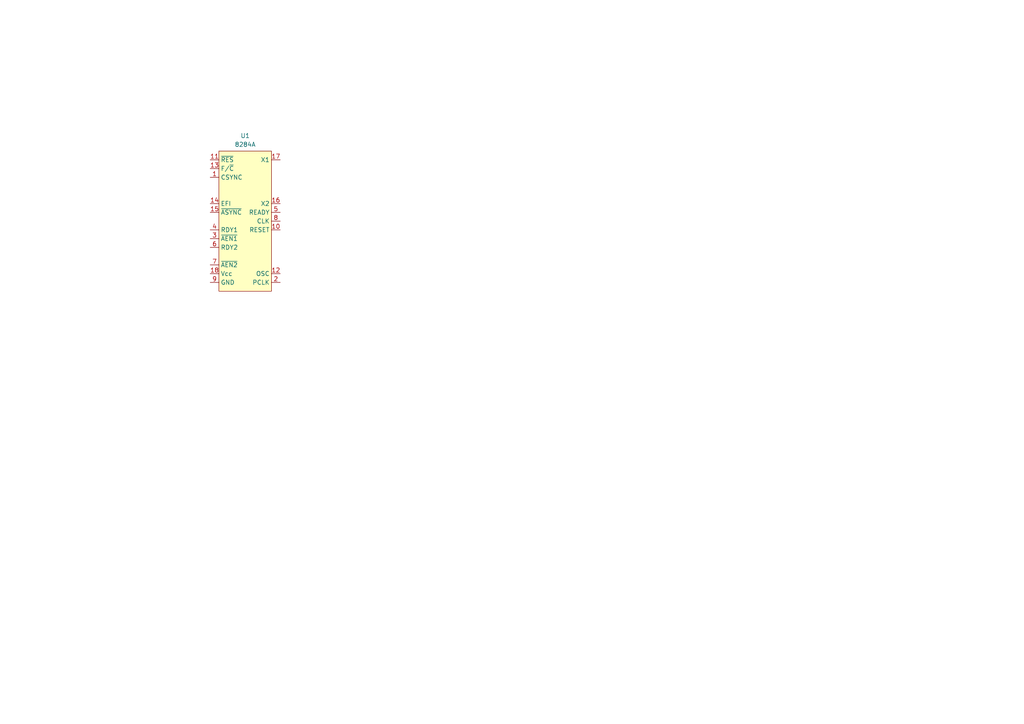
<source format=kicad_sch>
(kicad_sch (version 20230121) (generator eeschema)
  (paper "A4")
  (lib_symbols
    (symbol "Mad5150_early:8284A"
      (property "Reference" "U" (at 0 6.35 0))
      (property "Value" "8284A" (at 0 8.89 0))
      (symbol "8284A_0_0"
        (pin input line (at -10.16 12.7 0) (length 2.54) (name "CSYNC") (number "1"))
        (pin output line (at 10.16 -2.54 180) (length 2.54) (name "RESET") (number "10"))
        (pin input line (at -10.16 17.78 0) (length 2.54) (name "~{RES}") (number "11"))
        (pin output line (at 10.16 -15.24 180) (length 2.54) (name "OSC") (number "12"))
        (pin input line (at -10.16 15.24 0) (length 2.54) (name "F/~{C}") (number "13"))
        (pin input line (at -10.16 5.08 0) (length 2.54) (name "EFI") (number "14"))
        (pin input line (at -10.16 2.54 0) (length 2.54) (name "~{ASYNC}") (number "15"))
        (pin input line (at 10.16 5.08 180) (length 2.54) (name "X2") (number "16"))
        (pin input line (at 10.16 17.78 180) (length 2.54) (name "X1") (number "17"))
        (pin power_in line (at -10.16 -15.24 0) (length 2.54) (name "Vcc") (number "18"))
        (pin output line (at 10.16 -17.78 180) (length 2.54) (name "PCLK") (number "2"))
        (pin input line (at -10.16 -5.08 0) (length 2.54) (name "~{AEN1}") (number "3"))
        (pin input line (at -10.16 -2.54 0) (length 2.54) (name "RDY1") (number "4"))
        (pin output line (at 10.16 2.54 180) (length 2.54) (name "READY") (number "5"))
        (pin input line (at -10.16 -7.62 0) (length 2.54) (name "RDY2") (number "6"))
        (pin input line (at -10.16 -12.7 0) (length 2.54) (name "~{AEN2}") (number "7"))
        (pin output line (at 10.16 0 180) (length 2.54) (name "CLK") (number "8"))
        (pin power_in line (at -10.16 -17.78 0) (length 2.54) (name "GND") (number "9"))
      )
      (symbol "8284A_1_1"
        (rectangle (start -7.62 20.32) (end 7.62 -20.32) (fill (type background)))
      )
    )
  )
  (symbol (lib_id "Mad5150_early:8284A") (at 71.12 64.135 0) (unit 1)
    (property "Reference" "U1" (at 71.12 39.37 0))
    (property "Value" "8284A" (at 71.12 41.91 0))
    (property "Footprint" "Package_DIP:DIP-18_W7.62mm" (effects hide))
  )
)
</source>
